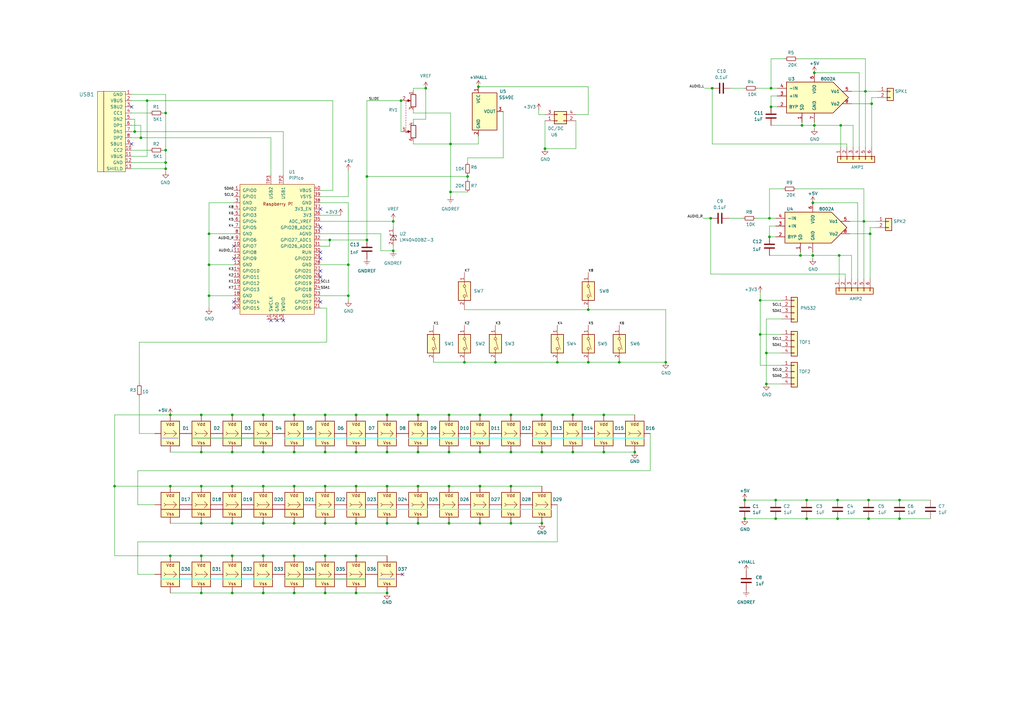
<source format=kicad_sch>
(kicad_sch (version 20231120) (generator "eeschema") (generator_version "8.0")
  (paper "A3")
  (lib_symbols
    (symbol "Connector_Generic:Conn_01x02" (pin_names (offset 1.016) hide)
      (property "Reference" "J" (at 0 2.54 0))
      (property "Value" "Conn_01x02" (at 0 -5.08 0))
      (symbol "Conn_01x02_1_1"
        (pin passive line (at -5.08 0 0) (length 3.81) (name "Pin_1") (number "1"))
        (pin passive line (at -5.08 -2.54 0) (length 3.81) (name "Pin_2") (number "2"))
      )
    )
    (symbol "Connector_Generic:Conn_01x04" (pin_names (offset 1.016) hide)
      (property "Reference" "J" (at 0 5.08 0))
      (property "Value" "Conn_01x04" (at 0 -7.62 0))
      (symbol "Conn_01x04_1_1"
        (pin passive line (at -5.08 2.54 0) (length 3.81) (name "Pin_1") (number "1"))
        (pin passive line (at -5.08 0 0) (length 3.81) (name "Pin_2") (number "2"))
        (pin passive line (at -5.08 -2.54 0) (length 3.81) (name "Pin_3") (number "3"))
        (pin passive line (at -5.08 -5.08 0) (length 3.81) (name "Pin_4") (number "4"))
      )
    )
    (symbol "Connector_Generic:Conn_01x06" (pin_names (offset 1.016) hide)
      (property "Reference" "J" (at 0 7.62 0))
      (property "Value" "Conn_01x06" (at 0 -10.16 0))
      (symbol "Conn_01x06_1_1"
        (pin passive line (at -5.08 5.08 0) (length 3.81) (name "Pin_1") (number "1"))
        (pin passive line (at -5.08 2.54 0) (length 3.81) (name "Pin_2") (number "2"))
        (pin passive line (at -5.08 0 0) (length 3.81) (name "Pin_3") (number "3"))
        (pin passive line (at -5.08 -2.54 0) (length 3.81) (name "Pin_4") (number "4"))
        (pin passive line (at -5.08 -5.08 0) (length 3.81) (name "Pin_5") (number "5"))
        (pin passive line (at -5.08 -7.62 0) (length 3.81) (name "Pin_6") (number "6"))
      )
    )
    (symbol "Connector_Generic:Conn_02x02_Odd_Even" (pin_names (offset 1.016) hide)
      (property "Reference" "J" (at 1.27 2.54 0))
      (property "Value" "Conn_02x02_Odd_Even" (at 1.27 -5.08 0))
      (symbol "Conn_02x02_Odd_Even_1_1"
        (pin passive line (at -5.08 0 0) (length 3.81) (name "Pin_1") (number "1"))
        (pin passive line (at 7.62 0 180) (length 3.81) (name "Pin_2") (number "2"))
        (pin passive line (at -5.08 -2.54 0) (length 3.81) (name "Pin_3") (number "3"))
        (pin passive line (at 7.62 -2.54 180) (length 3.81) (name "Pin_4") (number "4"))
      )
    )
    (symbol "Device:C" (pin_numbers hide) (pin_names (offset 0.254))
      (property "Reference" "C" (at 0.635 2.54 0))
      (property "Value" "C" (at 0.635 -2.54 0))
      (symbol "C_1_1"
        (pin passive line (at 0 3.81 270) (length 2.794) (name "~") (number "1"))
        (pin passive line (at 0 -3.81 90) (length 2.794) (name "~") (number "2"))
      )
    )
    (symbol "Device:R_Potentiometer_Dual" (pin_names (offset 1.016) hide)
      (property "Reference" "RV" (at 0 3.81 0))
      (property "Value" "R_Potentiometer_Dual" (at 0 1.905 0))
      (symbol "R_Potentiometer_Dual_1_1"
        (pin passive line (at -10.16 -2.54 0) (length 1.27) (name "1") (number "1"))
        (pin passive line (at -6.35 2.54 270) (length 2.54) (name "2") (number "2"))
        (pin passive line (at -2.54 -2.54 180) (length 1.27) (name "3") (number "3"))
        (pin passive line (at 2.54 -2.54 0) (length 1.27) (name "4") (number "4"))
        (pin passive line (at 6.35 2.54 270) (length 2.54) (name "5") (number "5"))
        (pin passive line (at 10.16 -2.54 180) (length 1.27) (name "6") (number "6"))
      )
    )
    (symbol "Device:R_Small" (pin_numbers hide) (pin_names (offset 0.254) hide)
      (property "Reference" "R" (at 0.762 0.508 0))
      (property "Value" "R_Small" (at 0.762 -1.016 0))
      (symbol "R_Small_1_1"
        (pin passive line (at 0 2.54 270) (length 0.762) (name "~") (number "1"))
        (pin passive line (at 0 -2.54 90) (length 0.762) (name "~") (number "2"))
      )
    )
    (symbol "Reference_Voltage:LM4040DBZ-3" (pin_names (offset 0.0254) hide)
      (property "Reference" "U" (at 0 2.54 0))
      (property "Value" "LM4040DBZ-3" (at 0 -3.175 0))
      (symbol "LM4040DBZ-3_1_1"
        (pin passive line (at 3.81 0 180) (length 2.54) (name "K") (number "1"))
        (pin passive line (at -3.81 0 0) (length 2.54) (name "A") (number "2"))
        (pin no_connect line (at -1.27 0 0) (length 2.54) hide (name "NC") (number "3"))
      )
    )
    (symbol "Switch:SW_DIP_x01" (pin_names (offset 0) hide)
      (property "Reference" "SW" (at 0 3.81 0))
      (property "Value" "SW_DIP_x01" (at 0 -3.81 0))
      (symbol "SW_DIP_x01_1_1"
        (pin passive line (at -7.62 0 0) (length 5.08) (name "~") (number "1"))
        (pin passive line (at 7.62 0 180) (length 5.08) (name "~") (number "2"))
      )
    )
    (symbol "Type-C:HRO-TYPE-C-31-M-12" (pin_names (offset 1.016))
      (property "Reference" "USB" (at -5.08 16.51 0))
      (property "Value" "HRO-TYPE-C-31-M-12" (at -10.16 -1.27 90))
      (symbol "HRO-TYPE-C-31-M-12_1_1"
        (pin input line (at 2.54 13.97 180) (length 2.54) (name "GND") (number "1"))
        (pin input line (at 2.54 -8.89 180) (length 2.54) (name "CC2") (number "10"))
        (pin input line (at 2.54 -11.43 180) (length 2.54) (name "VBUS") (number "11"))
        (pin input line (at 2.54 -13.97 180) (length 2.54) (name "GND") (number "12"))
        (pin input line (at 2.54 -16.51 180) (length 2.54) (name "SHIELD") (number "13"))
        (pin input line (at 2.54 11.43 180) (length 2.54) (name "VBUS") (number "2"))
        (pin input line (at 2.54 8.89 180) (length 2.54) (name "SBU2") (number "3"))
        (pin input line (at 2.54 6.35 180) (length 2.54) (name "CC1") (number "4"))
        (pin input line (at 2.54 3.81 180) (length 2.54) (name "DN2") (number "5"))
        (pin input line (at 2.54 1.27 180) (length 2.54) (name "DP1") (number "6"))
        (pin input line (at 2.54 -1.27 180) (length 2.54) (name "DN1") (number "7"))
        (pin input line (at 2.54 -3.81 180) (length 2.54) (name "DP2") (number "8"))
        (pin input line (at 2.54 -6.35 180) (length 2.54) (name "SBU1") (number "9"))
      )
    )
    (symbol "geki_main:8002A" (pin_names (offset 1.016))
      (property "Reference" "U" (at 7.62 -7.62 0))
      (property "Value" "8002A" (at -10.795 7.62 0))
      (symbol "8002A_1_1"
        (pin input line (at -5.08 -10.16 90) (length 3.81) (name "SD") (number "1"))
        (pin input line (at -15.24 -3.81 0) (length 3.81) (name "BYP") (number "2"))
        (pin input line (at -15.24 0.635 0) (length 3.81) (name "+IN") (number "3"))
        (pin input line (at -15.24 3.81 0) (length 3.81) (name "-IN") (number "4"))
        (pin output line (at 15.24 2.54 180) (length 3.81) (name "Vo1") (number "5"))
        (pin power_in line (at 0 10.16 270) (length 3.81) (name "VDD") (number "6"))
        (pin power_in line (at 0 -10.16 90) (length 3.81) (name "GND") (number "7"))
        (pin output line (at 15.24 -2.54 180) (length 3.81) (name "Vo2") (number "8"))
      )
    )
    (symbol "geki_main:PiPico" (pin_names (offset 1.016))
      (property "Reference" "U" (at -13.97 27.94 0))
      (property "Value" "PiPico" (at 0.254 16.002 0))
      (symbol "PiPico_0_0"
        (text "Raspberry Pi" (at 0.254 18.542 0) (effects (font (size 1.27 1.27))))
      )
      (symbol "PiPico_1_1"
        (pin bidirectional line (at -17.78 24.13 0) (length 2.54) (name "GPIO0") (number "1"))
        (pin bidirectional line (at -17.78 1.27 0) (length 2.54) (name "GPIO7") (number "10"))
        (pin bidirectional line (at -17.78 -1.27 0) (length 2.54) (name "GPIO8") (number "11"))
        (pin bidirectional line (at -17.78 -3.81 0) (length 2.54) (name "GPIO9") (number "12"))
        (pin power_in line (at -17.78 -6.35 0) (length 2.54) (name "GND") (number "13"))
        (pin bidirectional line (at -17.78 -8.89 0) (length 2.54) (name "GPIO10") (number "14"))
        (pin bidirectional line (at -17.78 -11.43 0) (length 2.54) (name "GPIO11") (number "15"))
        (pin bidirectional line (at -17.78 -13.97 0) (length 2.54) (name "GPIO12") (number "16"))
        (pin bidirectional line (at -17.78 -16.51 0) (length 2.54) (name "GPIO13") (number "17"))
        (pin power_in line (at -17.78 -19.05 0) (length 2.54) (name "GND") (number "18"))
        (pin bidirectional line (at -17.78 -21.59 0) (length 2.54) (name "GPIO14") (number "19"))
        (pin bidirectional line (at -17.78 21.59 0) (length 2.54) (name "GPIO1") (number "2"))
        (pin bidirectional line (at -17.78 -24.13 0) (length 2.54) (name "GPIO15") (number "20"))
        (pin bidirectional line (at 17.78 -24.13 180) (length 2.54) (name "GPIO16") (number "21"))
        (pin bidirectional line (at 17.78 -21.59 180) (length 2.54) (name "GPIO17") (number "22"))
        (pin power_in line (at 17.78 -19.05 180) (length 2.54) (name "GND") (number "23"))
        (pin bidirectional line (at 17.78 -16.51 180) (length 2.54) (name "GPIO18") (number "24"))
        (pin bidirectional line (at 17.78 -13.97 180) (length 2.54) (name "GPIO19") (number "25"))
        (pin bidirectional line (at 17.78 -11.43 180) (length 2.54) (name "GPIO20") (number "26"))
        (pin bidirectional line (at 17.78 -8.89 180) (length 2.54) (name "GPIO21") (number "27"))
        (pin power_in line (at 17.78 -6.35 180) (length 2.54) (name "GND") (number "28"))
        (pin bidirectional line (at 17.78 -3.81 180) (length 2.54) (name "GPIO22") (number "29"))
        (pin power_in line (at -17.78 19.05 0) (length 2.54) (name "GND") (number "3"))
        (pin input line (at 17.78 -1.27 180) (length 2.54) (name "RUN") (number "30"))
        (pin bidirectional line (at 17.78 1.27 180) (length 2.54) (name "GPIO26_ADC0") (number "31"))
        (pin bidirectional line (at 17.78 3.81 180) (length 2.54) (name "GPIO27_ADC1") (number "32"))
        (pin power_in line (at 17.78 6.35 180) (length 2.54) (name "AGND") (number "33"))
        (pin bidirectional line (at 17.78 8.89 180) (length 2.54) (name "GPIO28_ADC2") (number "34"))
        (pin unspecified line (at 17.78 11.43 180) (length 2.54) (name "ADC_VREF") (number "35"))
        (pin unspecified line (at 17.78 13.97 180) (length 2.54) (name "3V3") (number "36"))
        (pin input line (at 17.78 16.51 180) (length 2.54) (name "3V3_EN") (number "37"))
        (pin bidirectional line (at 17.78 19.05 180) (length 2.54) (name "GND") (number "38"))
        (pin unspecified line (at 17.78 21.59 180) (length 2.54) (name "VSYS") (number "39"))
        (pin bidirectional line (at -17.78 16.51 0) (length 2.54) (name "GPIO2") (number "4"))
        (pin unspecified line (at 17.78 24.13 180) (length 2.54) (name "VBUS") (number "40"))
        (pin input line (at -2.54 -29.21 90) (length 2.54) (name "SWCLK") (number "41"))
        (pin power_in line (at 0 -29.21 90) (length 2.54) (name "GND") (number "42"))
        (pin bidirectional line (at 2.54 -29.21 90) (length 2.54) (name "SWDIO") (number "43"))
        (pin bidirectional line (at -17.78 13.97 0) (length 2.54) (name "GPIO3") (number "5"))
        (pin bidirectional line (at -17.78 11.43 0) (length 2.54) (name "GPIO4") (number "6"))
        (pin bidirectional line (at -17.78 8.89 0) (length 2.54) (name "GPIO5") (number "7"))
        (pin power_in line (at -17.78 6.35 0) (length 2.54) (name "GND") (number "8"))
        (pin bidirectional line (at -17.78 3.81 0) (length 2.54) (name "GPIO6") (number "9"))
        (pin bidirectional line (at 2.54 30.48 270) (length 3.81) (name "USB1") (number "TP2"))
        (pin bidirectional line (at -2.54 30.48 270) (length 3.81) (name "USB2") (number "TP3"))
      )
    )
    (symbol "geki_main:SS49E"
      (property "Reference" "U" (at 0 11.43 0))
      (property "Value" "SS49E" (at 0 8.89 0))
      (symbol "SS49E_1_1"
        (pin power_in line (at -2.54 10.16 270) (length 2.54) (name "VCC") (number "1"))
        (pin power_in line (at -2.54 -10.16 90) (length 2.54) (name "GND") (number "2"))
        (pin output line (at 7.62 0 180) (length 2.54) (name "VOUT") (number "3"))
      )
    )
    (symbol "geki_main:WS2812B_Unified" (pin_numbers hide) (pin_names (offset 0.254) hide)
      (property "Reference" "D10" (at 2.54 6.35 0))
      (symbol "WS2812B_Unified_0_0"
        (text "Vdd" (at 0 3.81 0) (effects (font (size 1.27 1.27))))
        (text "Vss" (at 0 -3.81 0) (effects (font (size 1.27 1.27))))
      )
      (symbol "WS2812B_Unified_1_1"
        (pin power_in line (at 0 -7.62 90) (length 2.54) (name "VSS") (number "G"))
        (pin input line (at -6.35 0 0) (length 2.54) (name "In") (number "I"))
        (pin output line (at 6.35 0 180) (length 2.54) (name "Out") (number "O"))
        (pin power_in line (at 0 7.62 270) (length 2.54) (name "VDD") (number "V"))
      )
    )
    (symbol "power:+3.3VADC" (power) (pin_names (offset 0))
      (property "Value" "+3.3VADC" (at 0 2.54 0))
      (symbol "+3.3VADC_0_0"
        (pin power_in line (at 0 0 90) (length 0) hide (name "+3.3VADC") (number "1"))
      )
    )
    (symbol "power:+3V3" (power) (pin_names (offset 0))
      (property "Value" "+3V3" (at 0 3.556 0))
      (symbol "+3V3_1_1"
        (pin power_in line (at 0 0 90) (length 0) hide (name "+3V3") (number "1"))
      )
    )
    (symbol "power:+5V" (power) (pin_names (offset 0))
      (property "Value" "+5V" (at 0 3.556 0))
      (symbol "+5V_1_1"
        (pin power_in line (at 0 0 90) (length 0) hide (name "+5V") (number "1"))
      )
    )
    (symbol "power:GND" (power) (pin_names (offset 0))
      (property "Value" "GND" (at 0 -3.81 0))
      (symbol "GND_1_1"
        (pin power_in line (at 0 0 270) (length 0) hide (name "GND") (number "1"))
      )
    )
    (symbol "power:GNDREF" (power) (pin_numbers hide) (pin_names (offset 0) hide)
      (property "Value" "GNDREF" (at 0 -3.81 0))
      (symbol "GNDREF_1_1"
        (pin power_in line (at 0 0 270) (length 0) (name "~") (number "1"))
      )
    )
  )
  (junction (at 120.65 185.42))
  (junction (at 314.325 144.78))
  (junction (at 158.75 170.18))
  (junction (at 57.785 56.515))
  (junction (at 344.17 104.775))
  (junction (at 184.15 214.63))
  (junction (at 356.235 212.725))
  (junction (at 107.95 185.42))
  (junction (at 85.725 108.585))
  (junction (at 344.805 51.435))
  (junction (at 247.65 170.18))
  (junction (at 146.05 227.965))
  (junction (at 260.35 185.42))
  (junction (at 107.95 199.39))
  (junction (at 311.785 123.19))
  (junction (at 196.85 185.42))
  (junction (at 356.87 95.885))
  (junction (at 196.85 214.63))
  (junction (at 254 148.59))
  (junction (at 171.45 170.18))
  (junction (at 95.25 214.63))
  (junction (at 184.785 59.055))
  (junction (at 85.725 121.285))
  (junction (at 209.55 199.39))
  (junction (at 273.05 148.59))
  (junction (at 82.55 199.39))
  (junction (at 146.05 170.18))
  (junction (at 133.35 185.42))
  (junction (at 316.23 43.815))
  (junction (at 69.85 199.39))
  (junction (at 334.01 29.845))
  (junction (at 120.65 170.18))
  (junction (at 146.05 185.42))
  (junction (at 318.135 212.725))
  (junction (at 174.625 36.195))
  (junction (at 315.595 97.155))
  (junction (at 305.435 205.105))
  (junction (at 158.75 243.205))
  (junction (at 69.85 227.965))
  (junction (at 196.85 170.18))
  (junction (at 234.95 185.42))
  (junction (at 328.93 51.435))
  (junction (at 164.465 41.275))
  (junction (at 158.75 199.39))
  (junction (at 146.05 214.63))
  (junction (at 171.45 199.39))
  (junction (at 311.785 137.16))
  (junction (at 133.35 243.205))
  (junction (at 241.3 127))
  (junction (at 328.295 104.775))
  (junction (at 60.325 41.275))
  (junction (at 107.95 214.63))
  (junction (at 95.25 185.42))
  (junction (at 305.435 212.725))
  (junction (at 150.495 98.425))
  (junction (at 120.65 199.39))
  (junction (at 316.23 36.195))
  (junction (at 85.725 95.885))
  (junction (at 368.935 212.725))
  (junction (at 368.935 205.105))
  (junction (at 67.945 66.675))
  (junction (at 107.95 227.965))
  (junction (at 292.1 36.195))
  (junction (at 95.25 199.39))
  (junction (at 241.3 148.59))
  (junction (at 95.25 227.965))
  (junction (at 190.5 148.59))
  (junction (at 291.465 89.535))
  (junction (at 133.35 170.18))
  (junction (at 314.325 157.48))
  (junction (at 120.65 243.205))
  (junction (at 67.945 69.215))
  (junction (at 334.01 51.435))
  (junction (at 343.535 205.105))
  (junction (at 133.35 214.63))
  (junction (at 247.65 185.42))
  (junction (at 343.535 212.725))
  (junction (at 184.15 185.42))
  (junction (at 318.135 205.105))
  (junction (at 354.965 37.465))
  (junction (at 171.45 214.63))
  (junction (at 184.15 199.39))
  (junction (at 171.45 185.42))
  (junction (at 330.835 205.105))
  (junction (at 158.75 214.63))
  (junction (at 146.05 199.39))
  (junction (at 135.255 98.425))
  (junction (at 82.55 227.965))
  (junction (at 333.375 83.185))
  (junction (at 191.77 72.39))
  (junction (at 356.235 205.105))
  (junction (at 67.945 61.595))
  (junction (at 67.945 46.355))
  (junction (at 95.25 243.205))
  (junction (at 222.25 214.63))
  (junction (at 150.495 72.39))
  (junction (at 82.55 214.63))
  (junction (at 82.55 170.18))
  (junction (at 234.95 170.18))
  (junction (at 222.25 185.42))
  (junction (at 107.95 243.205))
  (junction (at 209.55 170.18))
  (junction (at 223.52 60.96))
  (junction (at 315.595 89.535))
  (junction (at 120.65 227.965))
  (junction (at 107.95 170.18))
  (junction (at 209.55 214.63))
  (junction (at 133.35 199.39))
  (junction (at 46.99 199.39))
  (junction (at 161.29 90.805))
  (junction (at 184.785 78.74))
  (junction (at 82.55 243.205))
  (junction (at 209.55 185.42))
  (junction (at 95.25 170.18))
  (junction (at 357.505 42.545))
  (junction (at 222.25 170.18))
  (junction (at 196.215 35.56))
  (junction (at 196.85 199.39))
  (junction (at 354.33 90.805))
  (junction (at 69.85 170.18))
  (junction (at 142.875 108.585))
  (junction (at 82.55 185.42))
  (junction (at 158.75 185.42))
  (junction (at 55.245 53.975))
  (junction (at 120.65 214.63))
  (junction (at 146.05 243.205))
  (junction (at 133.35 227.965))
  (junction (at 228.6 148.59))
  (junction (at 333.375 104.775))
  (junction (at 330.835 212.725))
  (junction (at 142.875 121.285))
  (junction (at 203.2 148.59))
  (junction (at 161.29 102.87))
  (junction (at 184.15 170.18))
  (no_connect (at 113.665 131.445))
  (no_connect (at 131.445 123.825))
  (no_connect (at 95.885 123.825))
  (no_connect (at 53.975 43.815))
  (no_connect (at 53.975 59.055))
  (no_connect (at 131.445 103.505))
  (no_connect (at 131.445 85.725))
  (no_connect (at 111.125 131.445))
  (no_connect (at 131.445 93.345))
  (no_connect (at 95.885 126.365))
  (no_connect (at 131.445 106.045))
  (no_connect (at 165.1 235.585))
  (no_connect (at 131.445 113.665))
  (no_connect (at 131.445 111.125))
  (no_connect (at 95.885 100.965))
  (no_connect (at 116.205 131.445))
  (no_connect (at 95.885 106.045))
  (wire (pts (xy 315.595 92.71) (xy 318.135 92.71)))
  (wire (pts (xy 320.675 144.78) (xy 314.325 144.78)))
  (wire (pts (xy 354.965 24.13) (xy 354.965 37.465)))
  (wire (pts (xy 67.945 38.735) (xy 67.945 46.355)))
  (wire (pts (xy 131.445 100.965) (xy 135.255 100.965)))
  (wire (pts (xy 305.435 36.195) (xy 299.72 36.195)))
  (wire (pts (xy 131.445 88.265) (xy 139.7 88.265)))
  (wire (pts (xy 85.725 83.185) (xy 85.725 95.885)))
  (wire (pts (xy 190.5 148.59) (xy 203.2 148.59)))
  (wire (pts (xy 161.29 100.965) (xy 161.29 102.87)))
  (polyline (pts (xy 66.675 179.705) (xy 73.025 179.705)) (stroke (width 0.381) (type solid) (color 159 154 255 1)))
  (wire (pts (xy 311.785 149.86) (xy 320.675 149.86)))
  (wire (pts (xy 171.45 185.42) (xy 184.15 185.42)))
  (wire (pts (xy 316.23 36.195) (xy 318.77 36.195)))
  (wire (pts (xy 95.25 199.39) (xy 107.95 199.39)))
  (wire (pts (xy 222.25 185.42) (xy 234.95 185.42)))
  (wire (pts (xy 120.65 214.63) (xy 133.35 214.63)))
  (wire (pts (xy 131.445 121.285) (xy 142.875 121.285)))
  (wire (pts (xy 223.52 49.53) (xy 223.52 60.96)))
  (polyline (pts (xy 180.34 208.915) (xy 226.06 208.915)) (stroke (width 0.381) (type solid) (color 88 255 249 1)))
  (wire (pts (xy 46.99 227.965) (xy 69.85 227.965)))
  (wire (pts (xy 169.545 48.895) (xy 174.625 48.895)))
  (wire (pts (xy 135.255 98.425) (xy 131.445 98.425)))
  (wire (pts (xy 368.935 212.725) (xy 381.635 212.725)))
  (wire (pts (xy 53.975 53.975) (xy 55.245 53.975)))
  (wire (pts (xy 316.23 43.815) (xy 318.77 43.815)))
  (wire (pts (xy 247.65 170.18) (xy 260.35 170.18)))
  (wire (pts (xy 60.325 64.135) (xy 60.325 41.275)))
  (wire (pts (xy 46.99 199.39) (xy 69.85 199.39)))
  (wire (pts (xy 223.52 60.96) (xy 236.22 60.96)))
  (wire (pts (xy 133.35 170.18) (xy 146.05 170.18)))
  (wire (pts (xy 142.875 83.185) (xy 142.875 108.585)))
  (wire (pts (xy 292.1 36.195) (xy 292.1 59.055)))
  (wire (pts (xy 85.725 95.885) (xy 95.885 95.885)))
  (wire (pts (xy 347.345 59.055) (xy 347.345 60.325)))
  (wire (pts (xy 241.3 35.56) (xy 196.215 35.56)))
  (wire (pts (xy 314.325 144.78) (xy 314.325 157.48)))
  (polyline (pts (xy 155.575 237.49) (xy 161.925 237.49)) (stroke (width 0.381) (type solid) (color 159 154 255 1)))
  (wire (pts (xy 334.01 51.435) (xy 344.805 51.435)))
  (wire (pts (xy 95.25 185.42) (xy 107.95 185.42)))
  (wire (pts (xy 191.77 64.77) (xy 206.375 64.77)))
  (wire (pts (xy 196.85 185.42) (xy 209.55 185.42)))
  (wire (pts (xy 348.615 90.805) (xy 354.33 90.805)))
  (wire (pts (xy 131.445 78.105) (xy 136.525 78.105)))
  (wire (pts (xy 156.21 95.885) (xy 156.21 102.87)))
  (wire (pts (xy 328.93 50.165) (xy 328.93 51.435)))
  (wire (pts (xy 120.65 227.965) (xy 133.35 227.965)))
  (wire (pts (xy 352.425 29.845) (xy 352.425 60.325)))
  (wire (pts (xy 234.95 170.18) (xy 247.65 170.18)))
  (wire (pts (xy 133.985 140.335) (xy 57.15 140.335)))
  (wire (pts (xy 349.25 37.465) (xy 354.965 37.465)))
  (wire (pts (xy 56.515 193.04) (xy 56.515 207.01)))
  (wire (pts (xy 354.33 114.3) (xy 354.33 90.805)))
  (wire (pts (xy 133.35 243.205) (xy 146.05 243.205)))
  (wire (pts (xy 111.125 56.515) (xy 57.785 56.515)))
  (wire (pts (xy 184.785 59.055) (xy 196.215 59.055)))
  (wire (pts (xy 146.05 199.39) (xy 158.75 199.39)))
  (wire (pts (xy 328.93 51.435) (xy 334.01 51.435)))
  (wire (pts (xy 156.21 102.87) (xy 161.29 102.87)))
  (wire (pts (xy 241.3 127) (xy 273.05 127)))
  (wire (pts (xy 241.3 148.59) (xy 254 148.59)))
  (wire (pts (xy 171.45 214.63) (xy 184.15 214.63)))
  (wire (pts (xy 315.595 97.155) (xy 318.135 97.155)))
  (wire (pts (xy 85.725 121.285) (xy 95.885 121.285)))
  (wire (pts (xy 315.595 77.47) (xy 315.595 89.535)))
  (wire (pts (xy 131.445 90.805) (xy 161.29 90.805)))
  (wire (pts (xy 273.05 127) (xy 273.05 148.59)))
  (wire (pts (xy 314.325 157.48) (xy 320.675 157.48)))
  (wire (pts (xy 133.35 199.39) (xy 146.05 199.39)))
  (wire (pts (xy 191.77 66.675) (xy 191.77 64.77)))
  (wire (pts (xy 334.01 51.435) (xy 334.01 50.165)))
  (wire (pts (xy 234.95 185.42) (xy 247.65 185.42)))
  (wire (pts (xy 196.215 55.88) (xy 196.215 59.055)))
  (wire (pts (xy 209.55 199.39) (xy 222.25 199.39)))
  (wire (pts (xy 328.295 104.775) (xy 333.375 104.775)))
  (wire (pts (xy 95.25 243.205) (xy 107.95 243.205)))
  (wire (pts (xy 85.725 95.885) (xy 85.725 108.585)))
  (wire (pts (xy 291.465 112.395) (xy 346.71 112.395)))
  (wire (pts (xy 142.875 121.285) (xy 142.875 123.19)))
  (wire (pts (xy 135.255 100.965) (xy 135.255 98.425)))
  (wire (pts (xy 236.22 46.99) (xy 241.3 46.99)))
  (wire (pts (xy 164.465 41.275) (xy 164.465 53.975)))
  (wire (pts (xy 333.375 106.045) (xy 333.375 104.775)))
  (wire (pts (xy 82.55 243.205) (xy 95.25 243.205)))
  (wire (pts (xy 220.98 46.99) (xy 223.52 46.99)))
  (wire (pts (xy 133.985 126.365) (xy 133.985 140.335)))
  (wire (pts (xy 184.785 59.055) (xy 184.785 78.74)))
  (wire (pts (xy 133.35 185.42) (xy 146.05 185.42)))
  (wire (pts (xy 228.6 207.01) (xy 228.6 222.25)))
  (wire (pts (xy 318.135 205.105) (xy 330.835 205.105)))
  (wire (pts (xy 354.33 90.805) (xy 354.33 77.47)))
  (wire (pts (xy 288.29 89.535) (xy 291.465 89.535)))
  (wire (pts (xy 120.65 170.18) (xy 133.35 170.18)))
  (wire (pts (xy 116.205 71.755) (xy 116.205 53.975)))
  (wire (pts (xy 55.245 48.895) (xy 55.245 53.975)))
  (wire (pts (xy 334.01 52.705) (xy 334.01 51.435)))
  (wire (pts (xy 116.205 53.975) (xy 55.245 53.975)))
  (wire (pts (xy 120.65 243.205) (xy 133.35 243.205)))
  (wire (pts (xy 330.835 212.725) (xy 343.535 212.725)))
  (wire (pts (xy 69.85 214.63) (xy 82.55 214.63)))
  (wire (pts (xy 169.545 59.055) (xy 169.545 57.785)))
  (wire (pts (xy 357.505 42.545) (xy 357.505 60.325)))
  (wire (pts (xy 46.99 199.39) (xy 46.99 227.965)))
  (wire (pts (xy 46.99 170.18) (xy 69.85 170.18)))
  (wire (pts (xy 209.55 170.18) (xy 222.25 170.18)))
  (wire (pts (xy 46.99 170.18) (xy 46.99 199.39)))
  (wire (pts (xy 311.785 137.16) (xy 311.785 149.86)))
  (wire (pts (xy 228.6 222.25) (xy 56.515 222.25)))
  (wire (pts (xy 184.785 59.055) (xy 169.545 59.055)))
  (wire (pts (xy 150.495 41.275) (xy 164.465 41.275)))
  (wire (pts (xy 53.975 66.675) (xy 67.945 66.675)))
  (wire (pts (xy 57.785 51.435) (xy 57.785 56.515)))
  (wire (pts (xy 158.75 214.63) (xy 171.45 214.63)))
  (wire (pts (xy 291.465 89.535) (xy 291.465 112.395)))
  (wire (pts (xy 174.625 36.195) (xy 174.625 48.895)))
  (wire (pts (xy 311.785 123.19) (xy 320.675 123.19)))
  (wire (pts (xy 177.8 148.59) (xy 190.5 148.59)))
  (wire (pts (xy 321.945 24.13) (xy 316.23 24.13)))
  (wire (pts (xy 111.125 71.755) (xy 111.125 56.515)))
  (wire (pts (xy 95.25 227.965) (xy 107.95 227.965)))
  (wire (pts (xy 82.55 227.965) (xy 95.25 227.965)))
  (wire (pts (xy 82.55 170.18) (xy 95.25 170.18)))
  (wire (pts (xy 150.495 72.39) (xy 191.77 72.39)))
  (wire (pts (xy 354.965 37.465) (xy 354.965 60.325)))
  (wire (pts (xy 82.55 199.39) (xy 95.25 199.39)))
  (polyline (pts (xy 78.74 179.705) (xy 111.76 179.705)) (stroke (width 0.381) (type solid) (color 101 192 115 1)))
  (wire (pts (xy 120.65 185.42) (xy 133.35 185.42)))
  (wire (pts (xy 357.505 40.005) (xy 360.045 40.005)))
  (wire (pts (xy 311.785 123.19) (xy 311.785 137.16)))
  (wire (pts (xy 328.295 103.505) (xy 328.295 104.775)))
  (wire (pts (xy 133.35 227.965) (xy 146.05 227.965)))
  (wire (pts (xy 333.375 104.775) (xy 344.17 104.775)))
  (wire (pts (xy 349.25 42.545) (xy 357.505 42.545)))
  (wire (pts (xy 184.785 46.355) (xy 184.785 59.055)))
  (wire (pts (xy 150.495 72.39) (xy 150.495 98.425)))
  (wire (pts (xy 131.445 126.365) (xy 133.985 126.365)))
  (wire (pts (xy 305.435 212.725) (xy 318.135 212.725)))
  (wire (pts (xy 171.45 170.18) (xy 184.15 170.18)))
  (polyline (pts (xy 129.54 208.915) (xy 175.26 208.915)) (stroke (width 0.381) (type solid) (color 88 255 249 1)))
  (wire (pts (xy 133.35 214.63) (xy 146.05 214.63)))
  (wire (pts (xy 354.965 37.465) (xy 360.045 37.465)))
  (polyline (pts (xy 116.84 179.705) (xy 162.56 179.705)) (stroke (width 0.381) (type solid) (color 88 255 249 1)))
  (wire (pts (xy 53.975 64.135) (xy 60.325 64.135)))
  (wire (pts (xy 266.7 193.04) (xy 56.515 193.04)))
  (wire (pts (xy 60.325 41.275) (xy 136.525 41.275)))
  (wire (pts (xy 316.23 39.37) (xy 316.23 43.815)))
  (wire (pts (xy 184.15 199.39) (xy 196.85 199.39)))
  (wire (pts (xy 236.22 49.53) (xy 236.22 60.96)))
  (wire (pts (xy 53.975 56.515) (xy 57.785 56.515)))
  (wire (pts (xy 314.325 130.81) (xy 314.325 144.78)))
  (wire (pts (xy 95.25 170.18) (xy 107.95 170.18)))
  (wire (pts (xy 316.23 39.37) (xy 318.77 39.37)))
  (polyline (pts (xy 218.44 179.705) (xy 264.16 179.705)) (stroke (width 0.381) (type solid) (color 88 255 249 1)))
  (wire (pts (xy 146.05 243.205) (xy 158.75 243.205)))
  (wire (pts (xy 131.445 95.885) (xy 156.21 95.885)))
  (wire (pts (xy 196.85 199.39) (xy 209.55 199.39)))
  (wire (pts (xy 53.975 61.595) (xy 61.595 61.595)))
  (wire (pts (xy 196.85 214.63) (xy 209.55 214.63)))
  (wire (pts (xy 107.95 214.63) (xy 120.65 214.63)))
  (wire (pts (xy 107.95 185.42) (xy 120.65 185.42)))
  (wire (pts (xy 321.31 77.47) (xy 315.595 77.47)))
  (wire (pts (xy 85.725 108.585) (xy 85.725 121.285)))
  (wire (pts (xy 57.15 140.335) (xy 57.15 157.48)))
  (wire (pts (xy 318.135 212.725) (xy 330.835 212.725)))
  (wire (pts (xy 357.505 40.005) (xy 357.505 42.545)))
  (wire (pts (xy 53.975 46.355) (xy 61.595 46.355)))
  (wire (pts (xy 320.675 130.81) (xy 314.325 130.81)))
  (wire (pts (xy 120.65 199.39) (xy 133.35 199.39)))
  (wire (pts (xy 344.805 51.435) (xy 344.805 60.325)))
  (wire (pts (xy 327.025 24.13) (xy 354.965 24.13)))
  (wire (pts (xy 310.515 36.195) (xy 316.23 36.195)))
  (wire (pts (xy 330.835 205.105) (xy 343.535 205.105)))
  (wire (pts (xy 107.95 170.18) (xy 120.65 170.18)))
  (wire (pts (xy 344.17 104.775) (xy 344.17 114.3)))
  (wire (pts (xy 161.29 93.345) (xy 161.29 90.805)))
  (wire (pts (xy 107.95 243.205) (xy 120.65 243.205)))
  (polyline (pts (xy 167.64 179.705) (xy 213.36 179.705)) (stroke (width 0.381) (type solid) (color 88 255 249 1)))
  (wire (pts (xy 57.15 162.56) (xy 57.15 177.8)))
  (wire (pts (xy 67.945 69.215) (xy 67.945 70.485)))
  (wire (pts (xy 247.65 185.42) (xy 260.35 185.42)))
  (wire (pts (xy 333.375 83.185) (xy 351.79 83.185)))
  (wire (pts (xy 67.945 61.595) (xy 66.675 61.595)))
  (wire (pts (xy 309.88 89.535) (xy 315.595 89.535)))
  (wire (pts (xy 220.98 45.085) (xy 220.98 46.99)))
  (wire (pts (xy 56.515 235.585) (xy 63.5 235.585)))
  (wire (pts (xy 169.545 46.355) (xy 184.785 46.355)))
  (wire (pts (xy 53.975 38.735) (xy 67.945 38.735)))
  (wire (pts (xy 53.975 41.275) (xy 60.325 41.275)))
  (wire (pts (xy 82.55 214.63) (xy 95.25 214.63)))
  (wire (pts (xy 69.85 227.965) (xy 82.55 227.965)))
  (wire (pts (xy 315.595 89.535) (xy 318.135 89.535)))
  (wire (pts (xy 131.445 83.185) (xy 142.875 83.185)))
  (wire (pts (xy 184.15 185.42) (xy 196.85 185.42)))
  (wire (pts (xy 146.05 227.965) (xy 158.75 227.965)))
  (wire (pts (xy 174.625 36.195) (xy 169.545 36.195)))
  (wire (pts (xy 356.235 212.725) (xy 368.935 212.725)))
  (wire (pts (xy 158.75 170.18) (xy 171.45 170.18)))
  (wire (pts (xy 304.8 89.535) (xy 299.085 89.535)))
  (polyline (pts (xy 66.04 237.49) (xy 111.76 237.49)) (stroke (width 0.381) (type solid) (color 88 255 249 1)))
  (wire (pts (xy 95.885 83.185) (xy 85.725 83.185)))
  (wire (pts (xy 142.875 108.585) (xy 142.875 121.285)))
  (wire (pts (xy 206.375 45.72) (xy 206.375 64.77)))
  (wire (pts (xy 107.95 227.965) (xy 120.65 227.965)))
  (wire (pts (xy 326.39 77.47) (xy 354.33 77.47)))
  (wire (pts (xy 142.875 80.645) (xy 142.875 69.85)))
  (wire (pts (xy 146.05 185.42) (xy 158.75 185.42)))
  (wire (pts (xy 158.75 185.42) (xy 171.45 185.42)))
  (wire (pts (xy 228.6 148.59) (xy 241.3 148.59)))
  (wire (pts (xy 209.55 214.63) (xy 222.25 214.63)))
  (wire (pts (xy 333.375 104.775) (xy 333.375 103.505)))
  (wire (pts (xy 356.235 205.105) (xy 368.935 205.105)))
  (wire (pts (xy 316.23 51.435) (xy 328.93 51.435)))
  (wire (pts (xy 190.5 127) (xy 241.3 127)))
  (wire (pts (xy 131.445 108.585) (xy 142.875 108.585)))
  (wire (pts (xy 311.785 120.015) (xy 311.785 123.19)))
  (wire (pts (xy 344.805 51.435) (xy 349.885 51.435)))
  (wire (pts (xy 67.945 46.355) (xy 67.945 61.595)))
  (wire (pts (xy 85.725 108.585) (xy 95.885 108.585)))
  (wire (pts (xy 349.25 104.775) (xy 349.25 114.3)))
  (wire (pts (xy 184.15 214.63) (xy 196.85 214.63)))
  (wire (pts (xy 82.55 185.42) (xy 95.25 185.42)))
  (wire (pts (xy 196.85 170.18) (xy 209.55 170.18)))
  (wire (pts (xy 191.77 71.755) (xy 191.77 72.39)))
  (wire (pts (xy 67.945 66.675) (xy 67.945 69.215)))
  (wire (pts (xy 349.885 51.435) (xy 349.885 60.325)))
  (wire (pts (xy 56.515 222.25) (xy 56.515 235.585)))
  (wire (pts (xy 191.77 72.39) (xy 191.77 73.66)))
  (wire (pts (xy 343.535 212.725) (xy 356.235 212.725)))
  (wire (pts (xy 266.7 177.8) (xy 266.7 193.04)))
  (wire (pts (xy 161.29 90.17) (xy 161.29 90.805)))
  (wire (pts (xy 344.17 104.775) (xy 349.25 104.775)))
  (wire (pts (xy 315.595 104.775) (xy 328.295 104.775)))
  (wire (pts (xy 184.785 78.74) (xy 184.785 80.645)))
  (wire (pts (xy 69.85 199.39) (xy 82.55 199.39)))
  (wire (pts (xy 171.45 199.39) (xy 184.15 199.39)))
  (wire (pts (xy 209.55 185.42) (xy 222.25 185.42)))
  (polyline (pts (xy 66.04 208.915) (xy 124.46 208.915)) (stroke (width 0.381) (type solid) (color 255 17 65 1)))
  (wire (pts (xy 150.495 98.425) (xy 135.255 98.425)))
  (wire (pts (xy 184.785 78.74) (xy 191.77 78.74)))
  (wire (pts (xy 146.05 170.18) (xy 158.75 170.18)))
  (wire (pts (xy 334.01 29.845) (xy 352.425 29.845)))
  (wire (pts (xy 184.15 170.18) (xy 196.85 170.18)))
  (wire (pts (xy 241.3 46.99) (xy 241.3 35.56)))
  (wire (pts (xy 351.79 83.185) (xy 351.79 114.3)))
  (wire (pts (xy 53.975 69.215) (xy 67.945 69.215)))
  (wire (pts (xy 356.87 95.885) (xy 356.87 114.3)))
  (wire (pts (xy 57.15 177.8) (xy 63.5 177.8)))
  (wire (pts (xy 53.975 51.435) (xy 57.785 51.435)))
  (wire (pts (xy 67.945 61.595) (xy 67.945 66.675)))
  (wire (pts (xy 95.25 214.63) (xy 107.95 214.63)))
  (wire (pts (xy 316.23 24.13) (xy 316.23 36.195)))
  (wire (pts (xy 56.515 207.01) (xy 63.5 207.01)))
  (wire (pts (xy 315.595 92.71) (xy 315.595 97.155)))
  (wire (pts (xy 222.25 170.18) (xy 234.95 170.18)))
  (wire (pts (xy 305.435 205.105) (xy 318.135 205.105)))
  (wire (pts (xy 53.975 48.895) (xy 55.245 48.895)))
  (polyline (pts (xy 116.84 237.49) (xy 149.86 237.49)) (stroke (width 0.381) (type solid) (color 101 192 115 1)))
  (wire (pts (xy 67.945 46.355) (xy 66.675 46.355)))
  (wire (pts (xy 69.85 185.42) (xy 82.55 185.42)))
  (wire (pts (xy 292.1 59.055) (xy 347.345 59.055)))
  (wire (pts (xy 356.87 93.345) (xy 356.87 95.885)))
  (wire (pts (xy 288.925 36.195) (xy 292.1 36.195)))
  (wire (pts (xy 346.71 112.395) (xy 346.71 114.3)))
  (wire (pts (xy 254 148.59) (xy 273.05 148.59)))
  (wire (pts (xy 69.85 170.18) (xy 82.55 170.18)))
  (wire (pts (xy 158.75 199.39) (xy 171.45 199.39)))
  (wire (pts (xy 169.545 36.195) (xy 169.545 37.465)))
  (wire (pts (xy 69.85 243.205) (xy 82.55 243.205)))
  (wire (pts (xy 85.725 121.285) (xy 85.725 126.365)))
  (wire (pts (xy 320.675 137.16) (xy 311.785 137.16)))
  (wire (pts (xy 348.615 95.885) (xy 356.87 95.885)))
  (wire (pts (xy 343.535 205.105) (xy 356.235 205.105)))
  (wire (pts (xy 131.445 80.645) (xy 142.875 80.645)))
  (wire (pts (xy 359.41 93.345) (xy 356.87 93.345)))
  (wire (pts (xy 169.545 46.355) (xy 169.545 45.085)))
  (wire (pts (xy 136.525 41.275) (xy 136.525 78.105)))
  (wire (pts (xy 150.495 41.275) (xy 150.495 72.39)))
  (wire (pts (xy 107.95 199.39) (xy 120.65 199.39)))
  (wire (pts (xy 368.935 205.105) (xy 381.635 205.105)))
  (wire (pts (xy 203.2 148.59) (xy 228.6 148.59)))
  (wire (pts (xy 146.05 214.63) (xy 158.75 214.63)))
  (wire (pts (xy 354.33 90.805) (xy 359.41 90.805)))
  (wire (pts (xy 169.545 48.895) (xy 169.545 50.165)))
  (label "K5" (at 95.885 90.805 180) (effects (font (size 1 1))))
  (label "K6" (at 254 133.35 0) (effects (font (size 1 1))))
  (label "K3" (at 203.2 133.35 0) (effects (font (size 1 1))))
  (label "SCL0" (at 320.675 152.4 180) (effects (font (size 1 1))))
  (label "SLIDE" (at 155.575 41.275 180) (effects (font (size 1 1))))
  (label "K5" (at 241.3 133.35 0) (effects (font (size 1 1))))
  (label "K2" (at 95.885 113.665 180) (effects (font (size 1 1))))
  (label "SCL1" (at 320.675 125.73 180) (effects (font (size 1 1))))
  (label "SDA1" (at 320.675 142.24 180) (effects (font (size 1 1))))
  (label "SCL1" (at 131.445 116.205 0) (effects (font (size 1 1))))
  (label "AUDIO_L" (at 288.925 36.195 180) (effects (font (size 1 1))))
  (label "K4" (at 228.6 133.35 0) (effects (font (size 1 1))))
  (label "SDA0" (at 95.885 78.105 180) (effects (font (size 1 1))))
  (label "K3" (at 95.885 111.125 180) (effects (font (size 1 1))))
  (label "K4" (at 95.885 93.345 180) (effects (font (size 1 1))))
  (label "SDA1" (at 131.445 118.745 0) (effects (font (size 1 1))))
  (label "SDA0" (at 320.675 154.94 180) (effects (font (size 1 1))))
  (label "AUDIO_R" (at 288.29 89.535 180) (effects (font (size 1 1))))
  (label "AUDIO_L" (at 95.885 103.505 180) (effects (font (size 1 1))))
  (label "SCL1" (at 320.675 139.7 180) (effects (font (size 1 1))))
  (label "AUDIO_R" (at 95.885 98.425 180) (effects (font (size 1 1))))
  (label "K6" (at 95.885 88.265 180) (effects (font (size 1 1))))
  (label "SCL0" (at 95.885 80.645 180) (effects (font (size 1 1))))
  (label "K2" (at 190.5 133.35 0) (effects (font (size 1 1))))
  (label "K8" (at 95.885 85.725 180) (effects (font (size 1 1))))
  (label "K1" (at 95.885 116.205 180) (effects (font (size 1 1))))
  (label "K7" (at 190.5 111.76 0) (effects (font (size 1 1))))
  (label "K7" (at 95.885 118.745 180) (effects (font (size 1 1))))
  (label "SDA1" (at 320.675 128.27 180) (effects (font (size 1 1))))
  (label "K1" (at 177.8 133.35 0) (effects (font (size 1 1))))
  (label "K8" (at 241.3 111.76 0) (effects (font (size 1 1))))
  (symbol (lib_id "Type-C:HRO-TYPE-C-31-M-12") (at 51.435 52.705 0) (unit 1)
    (property "Reference" "USB1" (at 32.385 38.735 0) (effects (font (size 1.524 1.524)) (justify left)))
    (property "Value" "U262-161N-4BVC11" (effects (hide yes)))
    (property "Footprint" "Type-C:HRO-TYPE-C-31-M-12-Assembly" (effects (hide yes)))
    (property "LCSC" "C319148" (effects (hide yes)))
  )
  (symbol (lib_id "power:GND") (at 67.945 70.485 0) (mirror y) (unit 1)
    (property "Reference" "#PWR0112" (effects (hide yes)))
    (property "Value" "GND" (at 67.818 74.8792 0))
  )
  (symbol (lib_id "Device:R_Small") (at 64.135 61.595 90) (unit 1)
    (property "Reference" "R2" (at 65.405 59.055 90) (effects (justify left)))
    (property "Value" "5K1" (at 66.675 64.135 90) (effects (justify left)))
    (property "Footprint" "Resistor_SMD:R_0603_1608Metric" (effects (hide yes)))
    (property "LCSC" "C23186" (effects (hide yes)))
  )
  (symbol (lib_id "Device:R_Small") (at 64.135 46.355 90) (unit 1)
    (property "Reference" "R1" (at 65.405 43.815 90) (effects (justify left)))
    (property "Value" "5K1" (at 66.675 48.895 90) (effects (justify left)))
    (property "Footprint" "Resistor_SMD:R_0603_1608Metric" (effects (hide yes)))
    (property "LCSC" "C23186" (effects (hide yes)))
  )
  (symbol (lib_id "Connector_Generic:Conn_01x04") (at 325.755 152.4 0) (unit 1)
    (property "Reference" "TOF2" (at 327.66 152.4 0) (effects (justify left)))
    (property "Value" "Conn_01x04" (effects (hide yes)))
    (property "Footprint" "geki_main:Solder_4P" (effects (hide yes)))
    (property "Description" "Generic connector, single row, 01x04, script generated (kicad-library-utils/schlib/autogen/connector/)" (effects (hide yes)))
  )
  (symbol (lib_id "Connector_Generic:Conn_01x02") (at 364.49 90.805 0) (unit 1)
    (property "Reference" "SPK2" (at 366.395 90.805 0) (effects (justify left)))
    (property "Value" "Conn_01x02" (effects (hide yes)))
    (property "Footprint" "geki_main:Solder_2P" (effects (hide yes)))
    (property "Description" "Generic connector, single row, 01x02, script generated (kicad-library-utils/schlib/autogen/connector/)" (effects (hide yes)))
  )
  (symbol (lib_id "Connector_Generic:Conn_01x06") (at 349.885 65.405 90) (mirror x) (unit 1)
    (property "Reference" "AMP1" (at 354.33 68.58 90) (effects (justify left)))
    (property "Value" "Conn_01x06" (effects (hide yes)))
    (property "Footprint" "geki_main:8002A_TAP" (effects (hide yes)))
    (property "Description" "Generic connector, single row, 01x06, script generated (kicad-library-utils/schlib/autogen/connector/)" (effects (hide yes)))
  )
  (symbol (lib_id "power:GND") (at 222.25 214.63 0) (unit 1)
    (property "Reference" "#PWR07" (effects (hide yes)))
    (property "Value" "GND" (at 222.25 218.44 0))
  )
  (symbol (lib_id "Device:C") (at 343.535 208.915 0) (unit 1)
    (property "Reference" "C4" (at 347.345 207.6449 0) (effects (justify left)))
    (property "Value" "1uF" (at 347.345 210.1849 0) (effects (justify left)))
    (property "Footprint" "Capacitor_SMD:C_0603_1608Metric_Pad1.08x0.95mm_HandSolder" (effects (hide yes)))
  )
  (symbol (lib_id "Device:R_Small") (at 307.975 36.195 90) (unit 1)
    (property "Reference" "R4" (at 309.245 33.655 90) (effects (justify left)))
    (property "Value" "10K" (at 310.515 38.735 90) (effects (justify left)))
    (property "Footprint" "Resistor_SMD:R_0603_1608Metric" (effects (hide yes)))
    (property "LCSC" "C23186" (effects (hide yes)))
  )
  (symbol (lib_id "Device:C") (at 330.835 208.915 0) (unit 1)
    (property "Reference" "C3" (at 334.645 207.6449 0) (effects (justify left)))
    (property "Value" "1uF" (at 334.645 210.1849 0) (effects (justify left)))
    (property "Footprint" "Capacitor_SMD:C_0603_1608Metric_Pad1.08x0.95mm_HandSolder" (effects (hide yes)))
  )
  (symbol (lib_id "geki_main:WS2812B_Unified") (at 171.45 177.8 0) (unit 1)
    (property "Reference" "D9" (at 177.8 175.641 0))
    (property "Value" "WS2812B_Unified" (effects (hide yes)))
    (property "Footprint" "geki_main:WS2812B-4020_UP" (effects (hide yes)))
  )
  (symbol (lib_id "geki_main:WS2812B_Unified") (at 69.85 177.8 0) (unit 1)
    (property "Reference" "D1" (at 76.2 175.641 0))
    (property "Value" "WS2812B_Unified" (effects (hide yes)))
    (property "Footprint" "geki_main:WS2812B-2835" (effects (hide yes)))
  )
  (symbol (lib_id "Switch:SW_DIP_x01") (at 190.5 119.38 270) (unit 1)
    (property "Reference" "SW7" (at 194.31 119.3799 90) (effects (justify left)))
    (property "Value" "SW_DIP_x01" (effects (hide yes)))
    (property "Footprint" "geki_main:SW_Kailh_Choc_V1V2_1.00u_LED" (effects (hide yes)))
  )
  (symbol (lib_id "Device:R_Small") (at 57.15 160.02 180) (unit 1)
    (property "Reference" "R3" (at 55.88 160.02 0) (effects (justify left)))
    (property "Value" "10" (at 60.96 160.655 0) (effects (justify left)))
    (property "Footprint" "Resistor_SMD:R_0603_1608Metric" (effects (hide yes)))
    (property "LCSC" "C23186" (effects (hide yes)))
  )
  (symbol (lib_id "geki_main:WS2812B_Unified") (at 146.05 235.585 0) (unit 1)
    (property "Reference" "D36" (at 152.4 233.426 0))
    (property "Value" "WS2812B_Unified" (effects (hide yes)))
    (property "Footprint" "geki_main:WS2812B-4020" (effects (hide yes)))
  )
  (symbol (lib_id "power:GND") (at 85.725 126.365 0) (unit 1)
    (property "Reference" "#PWR0125" (effects (hide yes)))
    (property "Value" "GND" (at 85.852 130.7592 0))
  )
  (symbol (lib_id "power:GND") (at 142.875 123.19 0) (unit 1)
    (property "Reference" "#PWR0103" (effects (hide yes)))
    (property "Value" "GND" (at 143.002 127.5842 0))
  )
  (symbol (lib_id "geki_main:WS2812B_Unified") (at 120.65 207.01 0) (unit 1)
    (property "Reference" "D21" (at 127 204.851 0))
    (property "Value" "WS2812B_Unified" (effects (hide yes)))
    (property "Footprint" "geki_main:WS2812B-4020_UP" (effects (hide yes)))
  )
  (symbol (lib_id "Connector_Generic:Conn_01x04") (at 325.755 139.7 0) (unit 1)
    (property "Reference" "TOF1" (at 330.2 140.335 0))
    (property "Value" "Conn_01x04" (effects (hide yes)))
    (property "Footprint" "geki_main:Solder_4P" (effects (hide yes)))
    (property "Description" "Generic connector, single row, 01x04, script generated (kicad-library-utils/schlib/autogen/connector/)" (effects (hide yes)))
  )
  (symbol (lib_id "geki_main:WS2812B_Unified") (at 184.15 177.8 0) (unit 1)
    (property "Reference" "D10" (at 190.5 175.641 0))
    (property "Value" "WS2812B_Unified" (effects (hide yes)))
    (property "Footprint" "geki_main:WS2812B-4020_UP" (effects (hide yes)))
  )
  (symbol (lib_id "power:+5V") (at 306.07 234.315 0) (unit 1)
    (property "Reference" "#PWR015" (effects (hide yes)))
    (property "Value" "+VHALL" (at 306.07 230.505 0))
  )
  (symbol (lib_id "geki_main:WS2812B_Unified") (at 107.95 235.585 0) (unit 1)
    (property "Reference" "D33" (at 114.3 233.426 0))
    (property "Value" "WS2812B_Unified" (effects (hide yes)))
    (property "Footprint" "geki_main:WS2812B-4020_UP" (effects (hide yes)))
  )
  (symbol (lib_id "geki_main:WS2812B_Unified") (at 222.25 177.8 0) (unit 1)
    (property "Reference" "D13" (at 228.6 175.641 0))
    (property "Value" "WS2812B_Unified" (effects (hide yes)))
    (property "Footprint" "geki_main:WS2812B-4020_UP" (effects (hide yes)))
  )
  (symbol (lib_id "geki_main:WS2812B_Unified") (at 120.65 235.585 0) (unit 1)
    (property "Reference" "D34" (at 127 233.426 0))
    (property "Value" "WS2812B_Unified" (effects (hide yes)))
    (property "Footprint" "geki_main:WS2812B-4020" (effects (hide yes)))
  )
  (symbol (lib_id "power:GND") (at 223.52 60.96 0) (unit 1)
    (property "Reference" "#PWR011" (effects (hide yes)))
    (property "Value" "GND" (at 223.647 65.3542 0))
  )
  (symbol (lib_id "geki_main:WS2812B_Unified") (at 222.25 207.01 0) (unit 1)
    (property "Reference" "D29" (at 228.6 204.851 0))
    (property "Value" "WS2812B_Unified" (effects (hide yes)))
    (property "Footprint" "geki_main:WS2812B-4020_UP" (effects (hide yes)))
  )
  (symbol (lib_id "power:GNDREF") (at 184.785 80.645 0) (unit 1)
    (property "Reference" "#PWR04" (effects (hide yes)))
    (property "Value" "GNDREF" (at 184.785 85.725 0))
    (property "Description" "Power symbol creates a global label with name \"GNDREF\" , reference supply ground" (effects (hide yes)))
  )
  (symbol (lib_id "Device:C") (at 306.07 238.125 0) (unit 1)
    (property "Reference" "C8" (at 309.88 236.8549 0) (effects (justify left)))
    (property "Value" "1uF" (at 309.88 239.3949 0) (effects (justify left)))
    (property "Footprint" "Capacitor_SMD:C_0603_1608Metric_Pad1.08x0.95mm_HandSolder" (effects (hide yes)))
  )
  (symbol (lib_id "Device:R_Small") (at 191.77 69.215 0) (unit 1)
    (property "Reference" "R6" (at 193.04 68.58 0) (effects (justify left)))
    (property "Value" "10K" (at 186.69 69.215 0) (effects (justify left)))
    (property "Footprint" "Resistor_SMD:R_0603_1608Metric" (effects (hide yes)))
    (property "LCSC" "C23186" (effects (hide yes)))
  )
  (symbol (lib_id "Switch:SW_DIP_x01") (at 203.2 140.97 270) (unit 1)
    (property "Reference" "SW3" (at 207.01 140.9699 90) (effects (justify left)))
    (property "Value" "SW_DIP_x01" (effects (hide yes)))
    (property "Footprint" "geki_main:SW_Kailh_Choc_V1V2_1.00u_LED" (effects (hide yes)))
  )
  (symbol (lib_id "geki_main:8002A") (at 333.375 93.345 0) (unit 1)
    (property "Reference" "U4" (at 322.58 85.725 0) (effects (justify left)))
    (property "Value" "8002A" (at 335.915 85.725 0) (effects (justify left)))
    (property "Footprint" "Package_SO:SO-8_3.9x4.9mm_P1.27mm" (effects (hide yes)))
  )
  (symbol (lib_id "Device:C") (at 381.635 208.915 0) (unit 1)
    (property "Reference" "C7" (at 384.81 207.6449 0) (effects (justify left)))
    (property "Value" "1uF" (at 384.81 210.1849 0) (effects (justify left)))
    (property "Footprint" "Capacitor_SMD:C_0603_1608Metric_Pad1.08x0.95mm_HandSolder" (effects (hide yes)))
  )
  (symbol (lib_id "power:+3.3VADC") (at 174.625 36.195 0) (unit 1)
    (property "Reference" "#PWR05" (effects (hide yes)))
    (property "Value" "VREF" (at 174.625 31.115 0))
  )
  (symbol (lib_id "power:GND") (at 334.01 52.705 0) (unit 1)
    (property "Reference" "#PWR0104" (effects (hide yes)))
    (property "Value" "GND" (at 334.137 57.0992 0))
  )
  (symbol (lib_id "Switch:SW_DIP_x01") (at 254 140.97 270) (unit 1)
    (property "Reference" "SW6" (at 258.445 140.9699 90) (effects (justify left)))
    (property "Value" "SW_DIP_x01" (effects (hide yes)))
    (property "Footprint" "geki_main:SW_Kailh_Choc_V1V2_1.00u_LED" (effects (hide yes)))
  )
  (symbol (lib_id "power:GNDREF") (at 306.07 241.935 0) (unit 1)
    (property "Reference" "#PWR016" (effects (hide yes)))
    (property "Value" "GNDREF" (at 306.07 247.015 0))
    (property "Description" "Power symbol creates a global label with name \"GNDREF\" , reference supply ground" (effects (hide yes)))
  )
  (symbol (lib_id "Connector_Generic:Conn_01x06") (at 349.25 119.38 90) (mirror x) (unit 1)
    (property "Reference" "AMP2" (at 353.695 122.555 90) (effects (justify left)))
    (property "Value" "Conn_01x06" (effects (hide yes)))
    (property "Footprint" "geki_main:8002A_TAP" (effects (hide yes)))
    (property "Description" "Generic connector, single row, 01x06, script generated (kicad-library-utils/schlib/autogen/connector/)" (effects (hide yes)))
  )
  (symbol (lib_id "power:+3.3VADC") (at 161.29 90.17 0) (unit 1)
    (property "Reference" "#PWR02" (effects (hide yes)))
    (property "Value" "VREF" (at 161.29 85.725 0))
  )
  (symbol (lib_id "geki_main:WS2812B_Unified") (at 196.85 177.8 0) (unit 1)
    (property "Reference" "D11" (at 203.2 175.641 0))
    (property "Value" "WS2812B_Unified" (effects (hide yes)))
    (property "Footprint" "geki_main:WS2812B-4020_UP" (effects (hide yes)))
  )
  (symbol (lib_id "power:GND") (at 314.325 157.48 0) (unit 1)
    (property "Reference" "#PWR013" (effects (hide yes)))
    (property "Value" "GND" (at 314.452 161.8742 0))
  )
  (symbol (lib_id "geki_main:WS2812B_Unified") (at 209.55 177.8 0) (unit 1)
    (property "Reference" "D12" (at 215.9 175.641 0))
    (property "Value" "WS2812B_Unified" (effects (hide yes)))
    (property "Footprint" "geki_main:WS2812B-4020_UP" (effects (hide yes)))
  )
  (symbol (lib_id "geki_main:WS2812B_Unified") (at 82.55 235.585 0) (unit 1)
    (property "Reference" "D31" (at 88.9 233.426 0))
    (property "Value" "WS2812B_Unified" (effects (hide yes)))
    (property "Footprint" "geki_main:WS2812B-4020_UP" (effects (hide yes)))
  )
  (symbol (lib_id "geki_main:WS2812B_Unified") (at 158.75 207.01 0) (unit 1)
    (property "Reference" "D24" (at 165.1 204.851 0))
    (property "Value" "WS2812B_Unified" (effects (hide yes)))
    (property "Footprint" "geki_main:WS2812B-4020_UP" (effects (hide yes)))
  )
  (symbol (lib_id "Device:C") (at 356.235 208.915 0) (unit 1)
    (property "Reference" "C5" (at 360.045 207.6449 0) (effects (justify left)))
    (property "Value" "1uF" (at 360.045 210.1849 0) (effects (justify left)))
    (property "Footprint" "Capacitor_SMD:C_0603_1608Metric_Pad1.08x0.95mm_HandSolder" (effects (hide yes)))
  )
  (symbol (lib_id "power:+5V") (at 142.875 69.85 0) (unit 1)
    (property "Reference" "#PWR01" (effects (hide yes)))
    (property "Value" "+5V" (at 142.875 66.04 0))
  )
  (symbol (lib_id "Device:C") (at 368.935 208.915 0) (unit 1)
    (property "Reference" "C6" (at 372.11 207.6449 0) (effects (justify left)))
    (property "Value" "1uF" (at 372.11 210.1849 0) (effects (justify left)))
    (property "Footprint" "Capacitor_SMD:C_0603_1608Metric_Pad1.08x0.95mm_HandSolder" (effects (hide yes)))
  )
  (symbol (lib_id "Connector_Generic:Conn_01x04") (at 325.755 125.73 0) (unit 1)
    (property "Reference" "PN532" (at 331.47 126.365 0))
    (property "Value" "Conn_01x04" (effects (hide yes)))
    (property "Footprint" "geki_main:Solder_4P" (effects (hide yes)))
    (property "Description" "Generic connector, single row, 01x04, script generated (kicad-library-utils/schlib/autogen/connector/)" (effects (hide yes)))
  )
  (symbol (lib_id "power:+5V") (at 334.01 29.845 0) (unit 1)
    (property "Reference" "#PWR0109" (effects (hide yes)))
    (property "Value" "+5V" (at 334.01 26.035 0))
  )
  (symbol (lib_id "geki_main:WS2812B_Unified") (at 158.75 177.8 0) (unit 1)
    (property "Reference" "D8" (at 165.1 175.641 0))
    (property "Value" "WS2812B_Unified" (effects (hide yes)))
    (property "Footprint" "geki_main:WS2812B-4020_UP" (effects (hide yes)))
  )
  (symbol (lib_id "power:GNDREF") (at 161.29 102.87 0) (unit 1)
    (property "Reference" "#PWR03" (effects (hide yes)))
    (property "Value" "GNDREF" (at 161.29 107.95 0))
    (property "Description" "Power symbol creates a global label with name \"GNDREF\" , reference supply ground" (effects (hide yes)))
  )
  (symbol (lib_id "geki_main:WS2812B_Unified") (at 95.25 207.01 0) (unit 1)
    (property "Reference" "D19" (at 101.6 204.851 0))
    (property "Value" "WS2812B_Unified" (effects (hide yes)))
    (property "Footprint" "geki_main:WS2812B-4020_UP" (effects (hide yes)))
  )
  (symbol (lib_id "Device:C") (at 295.91 36.195 90) (unit 1)
    (property "Reference" "C10" (at 295.91 29.21 90))
    (property "Value" "0.1uF" (at 295.91 31.75 90))
    (property "Footprint" "Capacitor_SMD:C_0603_1608Metric_Pad1.08x0.95mm_HandSolder" (effects (hide yes)))
  )
  (symbol (lib_id "geki_main:WS2812B_Unified") (at 69.85 235.585 0) (unit 1)
    (property "Reference" "D30" (at 76.2 233.426 0))
    (property "Value" "WS2812B_Unified" (effects (hide yes)))
    (property "Footprint" "geki_main:WS2812B-4020_UP" (effects (hide yes)))
  )
  (symbol (lib_id "power:GND") (at 260.35 185.42 0) (unit 1)
    (property "Reference" "#PWR0101" (effects (hide yes)))
    (property "Value" "GND" (at 260.35 189.23 0))
  )
  (symbol (lib_id "Switch:SW_DIP_x01") (at 241.3 119.38 270) (unit 1)
    (property "Reference" "SW8" (at 245.745 119.3799 90) (effects (justify left)))
    (property "Value" "SW_DIP_x01" (effects (hide yes)))
    (property "Footprint" "geki_main:SW_Kailh_Choc_V1V2_1.00u_LED" (effects (hide yes)))
  )
  (symbol (lib_id "power:+3V3") (at 311.785 120.015 0) (unit 1)
    (property "Reference" "#PWR014" (effects (hide yes)))
    (property "Value" "+3V3" (at 307.975 118.745 0))
  )
  (symbol (lib_id "geki_main:WS2812B_Unified") (at 133.35 207.01 0) (unit 1)
    (property "Reference" "D22" (at 139.7 204.851 0))
    (property "Value" "WS2812B_Unified" (effects (hide yes)))
    (property "Footprint" "geki_main:WS2812B-4020_UP" (effects (hide yes)))
  )
  (symbol (lib_id "Switch:SW_DIP_x01") (at 190.5 140.97 270) (unit 1)
    (property "Reference" "SW2" (at 194.945 140.9699 90) (effects (justify left)))
    (property "Value" "SW_DIP_x01" (effects (hide yes)))
    (property "Footprint" "geki_main:SW_Kailh_Choc_V1V2_1.00u_LED" (effects (hide yes)))
  )
  (symbol (lib_id "power:GND") (at 273.05 148.59 0) (unit 1)
    (property "Reference" "#PWR0108" (effects (hide yes)))
    (property "Value" "GND" (at 273.177 152.9842 0))
  )
  (symbol (lib_id "geki_main:WS2812B_Unified") (at 120.65 177.8 0) (unit 1)
    (property "Reference" "D5" (at 127 175.641 0))
    (property "Value" "WS2812B_Unified" (effects (hide yes)))
    (property "Footprint" "geki_main:WS2812B-4020_UP" (effects (hide yes)))
  )
  (symbol (lib_id "geki_main:WS2812B_Unified") (at 209.55 207.01 0) (unit 1)
    (property "Reference" "D28" (at 215.9 204.851 0))
    (property "Value" "WS2812B_Unified" (effects (hide yes)))
    (property "Footprint" "geki_main:WS2812B-4020_UP" (effects (hide yes)))
  )
  (symbol (lib_id "Switch:SW_DIP_x01") (at 177.8 140.97 270) (unit 1)
    (property "Reference" "SW1" (at 182.245 140.9699 90) (effects (justify left)))
    (property "Value" "SW_DIP_x01" (effects (hide yes)))
    (property "Footprint" "geki_main:SW_Kailh_Choc_V1V2_1.00u_LED" (effects (hide yes)))
  )
  (symbol (lib_id "power:GNDREF") (at 150.495 106.045 0) (unit 1)
    (property "Reference" "#PWR017" (effects (hide yes)))
    (property "Value" "GNDREF" (at 150.495 111.125 0))
    (property "Description" "Power symbol creates a global label with name \"GNDREF\" , reference supply ground" (effects (hide yes)))
  )
  (symbol (lib_id "geki_main:WS2812B_Unified") (at 234.95 177.8 0) (unit 1)
    (property "Reference" "D14" (at 241.3 175.641 0))
    (property "Value" "WS2812B_Unified" (effects (hide yes)))
    (property "Footprint" "geki_main:WS2812B-4020_UP" (effects (hide yes)))
  )
  (symbol (lib_id "Device:R_Small") (at 324.485 24.13 90) (unit 1)
    (property "Reference" "R5" (at 325.755 21.59 90) (effects (justify left)))
    (property "Value" "20K" (at 327.025 26.67 90) (effects (justify left)))
    (property "Footprint" "Resistor_SMD:R_0603_1608Metric" (effects (hide yes)))
    (property "LCSC" "C23186" (effects (hide yes)))
  )
  (symbol (lib_id "geki_main:WS2812B_Unified") (at 171.45 207.01 0) (unit 1)
    (property "Reference" "D25" (at 177.8 204.851 0))
    (property "Value" "WS2812B_Unified" (effects (hide yes)))
    (property "Footprint" "geki_main:WS2812B-4020_UP" (effects (hide yes)))
  )
  (symbol (lib_id "geki_main:WS2812B_Unified") (at 82.55 177.8 0) (unit 1)
    (property "Reference" "D2" (at 88.9 175.641 0))
    (property "Value" "WS2812B_Unified" (effects (hide yes)))
    (property "Footprint" "geki_main:WS2812B-4020" (effects (hide yes)))
  )
  (symbol (lib_id "Device:C") (at 305.435 208.915 0) (unit 1)
    (property "Reference" "C1" (at 308.61 207.6449 0) (effects (justify left)))
    (property "Value" "1uF" (at 308.61 210.1849 0) (effects (justify left)))
    (property "Footprint" "Capacitor_SMD:C_0603_1608Metric_Pad1.08x0.95mm_HandSolder" (effects (hide yes)))
  )
  (symbol (lib_id "geki_main:WS2812B_Unified") (at 107.95 207.01 0) (unit 1)
    (property "Reference" "D20" (at 114.3 204.851 0))
    (property "Value" "WS2812B_Unified" (effects (hide yes)))
    (property "Footprint" "geki_main:WS2812B-4020_UP" (effects (hide yes)))
  )
  (symbol (lib_id "geki_main:WS2812B_Unified") (at 260.35 177.8 0) (unit 1)
    (property "Reference" "D16" (at 266.7 175.641 0))
    (property "Value" "WS2812B_Unified" (effects (hide yes)))
    (property "Footprint" "geki_main:WS2812B-4020_UP" (effects (hide yes)))
  )
  (symbol (lib_id "power:+5V") (at 305.435 205.105 0) (unit 1)
    (property "Reference" "#PWR0107" (effects (hide yes)))
    (property "Value" "+5V" (at 305.435 201.295 0))
  )
  (symbol (lib_id "Device:R_Small") (at 307.34 89.535 90) (unit 1)
    (property "Reference" "R8" (at 308.61 86.995 90) (effects (justify left)))
    (property "Value" "10K" (at 309.88 92.075 90) (effects (justify left)))
    (property "Footprint" "Resistor_SMD:R_0603_1608Metric" (effects (hide yes)))
    (property "LCSC" "C23186" (effects (hide yes)))
  )
  (symbol (lib_id "power:+5V") (at 196.215 35.56 0) (unit 1)
    (property "Reference" "#PWR06" (effects (hide yes)))
    (property "Value" "+VHALL" (at 196.215 31.75 0))
  )
  (symbol (lib_id "geki_main:WS2812B_Unified") (at 146.05 207.01 0) (unit 1)
    (property "Reference" "D23" (at 152.4 204.851 0))
    (property "Value" "WS2812B_Unified" (effects (hide yes)))
    (property "Footprint" "geki_main:WS2812B-4020_UP" (effects (hide yes)))
  )
  (symbol (lib_id "power:+5V") (at 69.85 170.18 0) (unit 1)
    (property "Reference" "#PWR0102" (effects (hide yes)))
    (property "Value" "+5V" (at 66.675 168.275 0))
  )
  (symbol (lib_id "Device:C") (at 315.595 100.965 180) (unit 1)
    (property "Reference" "C12" (at 308.61 99.06 0) (effects (justify right)))
    (property "Value" "1uF" (at 308.61 102.235 0) (effects (justify right)))
    (property "Footprint" "Capacitor_SMD:C_0603_1608Metric_Pad1.08x0.95mm_HandSolder" (effects (hide yes)))
  )
  (symbol (lib_id "power:GND") (at 305.435 212.725 0) (unit 1)
    (property "Reference" "#PWR0106" (effects (hide yes)))
    (property "Value" "GND" (at 305.562 217.1192 0))
  )
  (symbol (lib_id "Connector_Generic:Conn_02x02_Odd_Even") (at 228.6 49.53 0) (mirror x) (unit 1)
    (property "Reference" "U6" (at 227.33 55.245 0))
    (property "Value" "DC/DC" (at 227.965 52.705 0))
    (property "Footprint" "geki_main:DCDC_3to5" (effects (hide yes)))
  )
  (symbol (lib_id "geki_main:WS2812B_Unified") (at 107.95 177.8 0) (unit 1)
    (property "Reference" "D4" (at 114.3 175.641 0))
    (property "Value" "WS2812B_Unified" (effects (hide yes)))
    (property "Footprint" "geki_main:WS2812B-4020" (effects (hide yes)))
  )
  (symbol (lib_id "geki_main:8002A") (at 334.01 40.005 0) (unit 1)
    (property "Reference" "U3" (at 323.215 32.385 0) (effects (justify left)))
    (property "Value" "8002A" (at 336.55 32.385 0) (effects (justify left)))
    (property "Footprint" "Package_SO:SO-8_3.9x4.9mm_P1.27mm" (effects (hide yes)))
  )
  (symbol (lib_id "geki_main:WS2812B_Unified") (at 69.85 207.01 0) (unit 1)
    (property "Reference" "D17" (at 76.2 204.851 0))
    (property "Value" "WS2812B_Unified" (effects (hide yes)))
    (property "Footprint" "geki_main:WS2812B-4020_UP" (effects (hide yes)))
  )
  (symbol (lib_id "geki_main:WS2812B_Unified") (at 95.25 235.585 0) (unit 1)
    (property "Reference" "D32" (at 101.6 233.426 0))
    (property "Value" "WS2812B_Unified" (effects (hide yes)))
    (property "Footprint" "geki_main:WS2812B-4020_UP" (effects (hide yes)))
  )
  (symbol (lib_id "Device:C") (at 295.275 89.535 90) (unit 1)
    (property "Reference" "C9" (at 295.275 82.55 90))
    (property "Value" "0.1uF" (at 295.275 85.09 90))
    (property "Footprint" "Capacitor_SMD:C_0603_1608Metric_Pad1.08x0.95mm_HandSolder" (effects (hide yes)))
  )
  (symbol (lib_id "geki_main:WS2812B_Unified") (at 196.85 207.01 0) (unit 1)
    (property "Reference" "D27" (at 203.2 204.851 0))
    (property "Value" "WS2812B_Unified" (effects (hide yes)))
    (property "Footprint" "geki_main:WS2812B-4020_UP" (effects (hide yes)))
  )
  (symbol (lib_id "geki_main:WS2812B_Unified") (at 158.75 235.585 0) (unit 1)
    (property "Reference" "D37" (at 165.1 233.426 0))
    (property "Value" "WS2812B_Unified" (effects (hide yes)))
    (property "Footprint" "geki_main:WS2812B-2835" (effects (hide yes)))
  )
  (symbol (lib_id "power:GND") (at 333.375 106.045 0) (unit 1)
    (property "Reference" "#PWR010" (effects (hide yes)))
    (property "Value" "GND" (at 333.502 110.4392 0))
  )
  (symbol (lib_id "Switch:SW_DIP_x01") (at 228.6 140.97 270) (unit 1)
    (property "Reference" "SW4" (at 232.41 140.9699 90) (effects (justify left)))
    (property "Value" "SW_DIP_x01" (effects (hide yes)))
    (property "Footprint" "geki_main:SW_Kailh_Choc_V1V2_1.00u_LED" (effects (hide yes)))
  )
  (symbol (lib_id "geki_main:PiPico") (at 113.665 102.235 0) (unit 1)
    (property "Reference" "U1" (at 118.3991 70.485 0) (effects (justify left)))
    (property "Value" "PiPico" (at 118.3991 73.025 0) (effects (justify left)))
    (property "Footprint" "geki_main:RPi_Pico_SMD_Pins" (effects (hide yes)))
  )
  (symbol (lib_id "Device:C") (at 316.23 47.625 180) (unit 1)
    (property "Reference" "C11" (at 309.245 46.355 0) (effects (justify right)))
    (property "Value" "1uF" (at 309.245 48.895 0) (effects (justify right)))
    (property "Footprint" "Capacitor_SMD:C_0603_1608Metric_Pad1.08x0.95mm_HandSolder" (effects (hide yes)))
  )
  (symbol (lib_id "Device:R_Small") (at 191.77 76.2 0) (unit 1)
    (property "Reference" "R7" (at 193.04 76.2 0) (effects (justify left)))
    (property "Value" "20K" (at 186.69 76.2 0) (effects (justify left)))
    (property "Footprint" "Resistor_SMD:R_0603_1608Metric" (effects (hide yes)))
    (property "LCSC" "C23186" (effects (hide yes)))
  )
  (symbol (lib_id "Device:C") (at 150.495 102.235 180) (unit 1)
    (property "Reference" "C13" (at 143.51 100.33 0) (effects (justify right)))
    (property "Value" "1nF" (at 143.51 103.505 0) (effects (justify right)))
    (property "Footprint" "Capacitor_SMD:C_0603_1608Metric_Pad1.08x0.95mm_HandSolder" (effects (hide yes)))
  )
  (symbol (lib_id "geki_main:WS2812B_Unified") (at 82.55 207.01 0) (unit 1)
    (property "Reference" "D18" (at 88.9 204.851 0))
    (property "Value" "WS2812B_Unified" (effects (hide yes)))
    (property "Footprint" "geki_main:WS2812B-4020_UP" (effects (hide yes)))
  )
  (symbol (lib_id "Device:R_Small") (at 323.85 77.47 90) (unit 1)
    (property "Reference" "R9" (at 325.12 74.93 90) (effects (justify left)))
    (property "Value" "20K" (at 326.39 80.01 90) (effects (justify left)))
    (property "Footprint" "Resistor_SMD:R_0603_1608Metric" (effects (hide yes)))
    (property "LCSC" "C23186" (effects (hide yes)))
  )
  (symbol (lib_id "geki_main:WS2812B_Unified") (at 184.15 207.01 0) (unit 1)
    (property "Reference" "D26" (at 190.5 204.851 0))
    (property "Value" "WS2812B_Unified" (effects (hide yes)))
    (property "Footprint" "geki_main:WS2812B-4020_UP" (effects (hide yes)))
  )
  (symbol (lib_id "Connector_Generic:Conn_01x02") (at 365.125 37.465 0) (unit 1)
    (property "Reference" "SPK1" (at 367.03 37.465 0) (effects (justify left)))
    (property "Value" "Conn_01x02" (effects (hide yes)))
    (property "Footprint" "geki_main:Solder_2P" (effects (hide yes)))
    (property "Description" "Generic connector, single row, 01x02, script generated (kicad-library-utils/schlib/autogen/connector/)" (effects (hide yes)))
  )
  (symbol (lib_id "power:+5V") (at 333.375 83.185 0) (unit 1)
    (property "Reference" "#PWR09" (effects (hide yes)))
    (property "Value" "+5V" (at 333.375 79.375 0))
  )
  (symbol (lib_id "power:GND") (at 158.75 243.205 0) (unit 1)
    (property "Reference" "#PWR08" (effects (hide yes)))
    (property "Value" "GND" (at 158.75 247.015 0))
  )
  (symbol (lib_id "power:+3V3") (at 139.7 88.265 0) (unit 1)
    (property "Reference" "#PWR0111" (effects (hide yes)))
    (property "Value" "+3V3" (at 135.89 86.995 0))
  )
  (symbol (lib_id "Reference_Voltage:LM4040DBZ-3") (at 161.29 97.155 90) (unit 1)
    (property "Reference" "U2" (at 163.83 95.8849 90) (effects (justify right)))
    (property "Value" "LM4040DBZ-3" (at 163.83 98.4249 90) (effects (justify right)))
    (property "Footprint" "Package_TO_SOT_SMD:SOT-23" (effects (hide yes)))
    (property "Datasheet" "http://www.ti.com/lit/ds/symlink/lm4040-n.pdf" (effects (hide yes)))
    (property "Description" "3.000V Precision Micropower Shunt Voltage Reference, SOT-23" (effects (hide yes)))
  )
  (symbol (lib_id "Device:R_Potentiometer_Dual") (at 167.005 47.625 90) (mirror x) (unit 1)
    (property "Reference" "RV1" (at 161.29 45.085 90))
    (property "Value" "R_Potentiometer_Dual" (effects (hide yes)))
    (property "Footprint" "geki_main:RS45112A400G_RS45N1214001" (effects (hide yes)))
  )
  (symbol (lib_id "power:+3V3") (at 220.98 45.085 0) (unit 1)
    (property "Reference" "#PWR012" (effects (hide yes)))
    (property "Value" "+3V3" (at 217.17 43.815 0))
  )
  (symbol (lib_id "geki_main:WS2812B_Unified") (at 133.35 235.585 0) (unit 1)
    (property "Reference" "D35" (at 139.7 233.426 0))
    (property "Value" "WS2812B_Unified" (effects (hide yes)))
    (property "Footprint" "geki_main:WS2812B-4020" (effects (hide yes)))
  )
  (symbol (lib_id "geki_main:WS2812B_Unified") (at 247.65 177.8 0) (unit 1)
    (property "Reference" "D15" (at 254 175.641 0))
    (property "Value" "WS2812B_Unified" (effects (hide yes)))
    (property "Footprint" "geki_main:WS2812B-4020_UP" (effects (hide yes)))
  )
  (symbol (lib_id "geki_main:SS49E") (at 198.755 45.72 0) (unit 1)
    (property "Reference" "U5" (at 207.645 37.465 0) (effects (justify right)))
    (property "Value" "SS49E" (at 210.82 40.005 0) (effects (justify right)))
    (property "Footprint" "geki_main:SS49E_Bend" (effects (hide yes)))
  )
  (symbol (lib_id "Switch:SW_DIP_x01") (at 241.3 140.97 270) (unit 1)
    (property "Reference" "SW5" (at 245.11 140.9699 90) (effects (justify left)))
    (property "Value" "SW_DIP_x01" (effects (hide yes)))
    (property "Footprint" "geki_main:SW_Kailh_Choc_V1V2_1.00u_LED" (effects (hide yes)))
  )
  (symbol (lib_id "geki_main:WS2812B_Unified") (at 133.35 177.8 0) (unit 1)
    (property "Reference" "D6" (at 139.7 175.641 0))
    (property "Value" "WS2812B_Unified" (effects (hide yes)))
    (property "Footprint" "geki_main:WS2812B-4020_UP" (effects (hide yes)))
  )
  (symbol (lib_id "Device:C") (at 318.135 208.915 0) (unit 1)
    (property "Reference" "C2" (at 321.31 207.6449 0) (effects (justify left)))
    (property "Value" "1uF" (at 321.31 210.1849 0) (effects (justify left)))
    (property "Footprint" "Capacitor_SMD:C_0603_1608Metric_Pad1.08x0.95mm_HandSolder" (effects (hide yes)))
  )
  (symbol (lib_id "geki_main:WS2812B_Unified") (at 95.25 177.8 0) (unit 1)
    (property "Reference" "D3" (at 101.6 175.641 0))
    (property "Value" "WS2812B_Unified" (effects (hide yes)))
    (property "Footprint" "geki_main:WS2812B-4020" (effects (hide yes)))
  )
  (symbol (lib_id "geki_main:WS2812B_Unified") (at 146.05 177.8 0) (unit 1)
    (property "Reference" "D7" (at 152.4 175.641 0))
    (property "Value" "WS2812B_Unified" (effects (hide yes)))
    (property "Footprint" "geki_main:WS2812B-4020_UP" (effects (hide yes)))
  )
)
</source>
